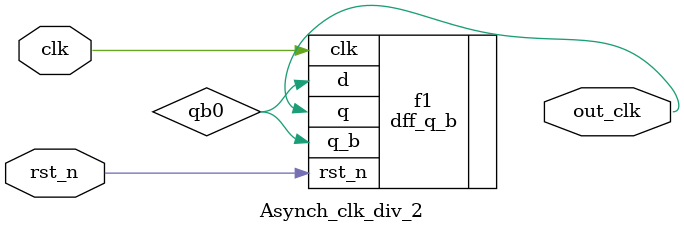
<source format=v>

module Asynch_clk_div_2(
input clk,
input rst_n,
output out_clk
); 
 
wire qb0; 
dff_q_b f1(.clk(clk),.rst_n(rst_n),.d(qb0),.q(out_clk),.q_b(qb0)); 

endmodule 

// instance: 
// Asynch_clk_div_2 inst_name (.clk(clk), .rst_n(rst_n), .out_clk(out_clk)); 
</source>
